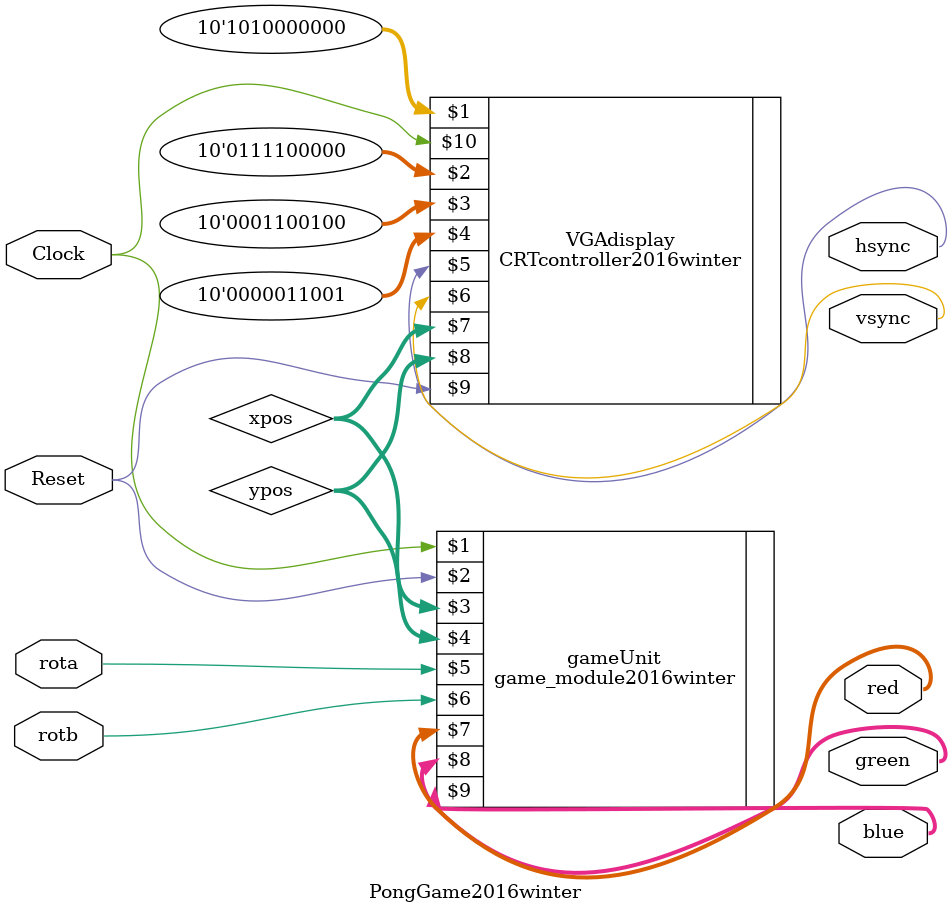
<source format=v>
`timescale 1ns / 1ps

module PongGame2016winter(
   input Clock, Reset, rota, rotb,
    output [2:0] red,
    output [2:0] green,
    output [1:0] blue,
    output hsync, vsync
    );

wire [9:0] xpos;
wire [9:0] ypos;

parameter [9:0] NumberofPixels=10'd640, NumberofLines=10'd480;
parameter [9:0] SystemClock=10'd100, CRTClock=10'd25; //MHz 

//module CRTcontroller2016spring(Xresolution, Yresolution, SystemClock, 
// hsync, vsync, xposition, yposition, reset, clock);
CRTcontroller2016winter VGAdisplay(NumberofPixels, NumberofLines, SystemClock, CRTClock, 
     hsync, vsync, xpos, ypos, Reset, Clock);
	  
/* module game_module2016spring(input clk25, input Reset,
				input [9:0] xpos,
				input [9:0] ypos,
				input rota,
				input rotb,
				output [2:0] red,
				output [2:0] green,
				output [1:0] blue);
*/
game_module2016winter gameUnit(Clock, Reset, xpos, ypos, rota, rotb, red, green, blue);
					
endmodule

</source>
